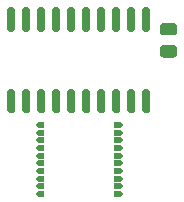
<source format=gbr>
%TF.GenerationSoftware,KiCad,Pcbnew,(5.1.6-0-10_14)*%
%TF.CreationDate,2021-01-18T11:29:05-08:00*%
%TF.ProjectId,lv3273_shield,6c763332-3733-45f7-9368-69656c642e6b,rev?*%
%TF.SameCoordinates,Original*%
%TF.FileFunction,Soldermask,Top*%
%TF.FilePolarity,Negative*%
%FSLAX46Y46*%
G04 Gerber Fmt 4.6, Leading zero omitted, Abs format (unit mm)*
G04 Created by KiCad (PCBNEW (5.1.6-0-10_14)) date 2021-01-18 11:29:05*
%MOMM*%
%LPD*%
G01*
G04 APERTURE LIST*
%ADD10R,0.510000X0.510000*%
%ADD11C,0.510000*%
G04 APERTURE END LIST*
D10*
%TO.C,J1*%
X99375000Y-90075000D03*
X99375000Y-92025000D03*
X99375000Y-91375000D03*
X99375000Y-90725000D03*
X99375000Y-89425000D03*
X99375000Y-88775000D03*
X99375000Y-88125000D03*
X99375000Y-87475000D03*
X99375000Y-86825000D03*
X99375000Y-86175000D03*
D11*
X99600000Y-91375000D03*
X99600000Y-92025000D03*
X99600000Y-88775000D03*
X99600000Y-89425000D03*
X99600000Y-90725000D03*
X99600000Y-90075000D03*
X99600000Y-87475000D03*
X99600000Y-88125000D03*
X99600000Y-86825000D03*
X99600000Y-86175000D03*
%TD*%
D10*
%TO.C,J2*%
X92925000Y-88125000D03*
X92925000Y-86175000D03*
X92925000Y-86825000D03*
X92925000Y-87475000D03*
X92925000Y-88775000D03*
X92925000Y-89425000D03*
X92925000Y-90075000D03*
X92925000Y-90725000D03*
X92925000Y-91375000D03*
X92925000Y-92025000D03*
D11*
X92700000Y-86825000D03*
X92700000Y-86175000D03*
X92700000Y-89425000D03*
X92700000Y-88775000D03*
X92700000Y-87475000D03*
X92700000Y-88125000D03*
X92700000Y-90725000D03*
X92700000Y-90075000D03*
X92700000Y-91375000D03*
X92700000Y-92025000D03*
%TD*%
%TO.C,U1*%
G36*
G01*
X101650000Y-83145000D02*
X101980000Y-83145000D01*
G75*
G02*
X102145000Y-83310000I0J-165000D01*
G01*
X102145000Y-85015000D01*
G75*
G02*
X101980000Y-85180000I-165000J0D01*
G01*
X101650000Y-85180000D01*
G75*
G02*
X101485000Y-85015000I0J165000D01*
G01*
X101485000Y-83310000D01*
G75*
G02*
X101650000Y-83145000I165000J0D01*
G01*
G37*
G36*
G01*
X100380000Y-83145000D02*
X100710000Y-83145000D01*
G75*
G02*
X100875000Y-83310000I0J-165000D01*
G01*
X100875000Y-85015000D01*
G75*
G02*
X100710000Y-85180000I-165000J0D01*
G01*
X100380000Y-85180000D01*
G75*
G02*
X100215000Y-85015000I0J165000D01*
G01*
X100215000Y-83310000D01*
G75*
G02*
X100380000Y-83145000I165000J0D01*
G01*
G37*
G36*
G01*
X99110000Y-83145000D02*
X99440000Y-83145000D01*
G75*
G02*
X99605000Y-83310000I0J-165000D01*
G01*
X99605000Y-85015000D01*
G75*
G02*
X99440000Y-85180000I-165000J0D01*
G01*
X99110000Y-85180000D01*
G75*
G02*
X98945000Y-85015000I0J165000D01*
G01*
X98945000Y-83310000D01*
G75*
G02*
X99110000Y-83145000I165000J0D01*
G01*
G37*
G36*
G01*
X97840000Y-83145000D02*
X98170000Y-83145000D01*
G75*
G02*
X98335000Y-83310000I0J-165000D01*
G01*
X98335000Y-85015000D01*
G75*
G02*
X98170000Y-85180000I-165000J0D01*
G01*
X97840000Y-85180000D01*
G75*
G02*
X97675000Y-85015000I0J165000D01*
G01*
X97675000Y-83310000D01*
G75*
G02*
X97840000Y-83145000I165000J0D01*
G01*
G37*
G36*
G01*
X96570000Y-83145000D02*
X96900000Y-83145000D01*
G75*
G02*
X97065000Y-83310000I0J-165000D01*
G01*
X97065000Y-85015000D01*
G75*
G02*
X96900000Y-85180000I-165000J0D01*
G01*
X96570000Y-85180000D01*
G75*
G02*
X96405000Y-85015000I0J165000D01*
G01*
X96405000Y-83310000D01*
G75*
G02*
X96570000Y-83145000I165000J0D01*
G01*
G37*
G36*
G01*
X95300000Y-83145000D02*
X95630000Y-83145000D01*
G75*
G02*
X95795000Y-83310000I0J-165000D01*
G01*
X95795000Y-85015000D01*
G75*
G02*
X95630000Y-85180000I-165000J0D01*
G01*
X95300000Y-85180000D01*
G75*
G02*
X95135000Y-85015000I0J165000D01*
G01*
X95135000Y-83310000D01*
G75*
G02*
X95300000Y-83145000I165000J0D01*
G01*
G37*
G36*
G01*
X94030000Y-83145000D02*
X94360000Y-83145000D01*
G75*
G02*
X94525000Y-83310000I0J-165000D01*
G01*
X94525000Y-85015000D01*
G75*
G02*
X94360000Y-85180000I-165000J0D01*
G01*
X94030000Y-85180000D01*
G75*
G02*
X93865000Y-85015000I0J165000D01*
G01*
X93865000Y-83310000D01*
G75*
G02*
X94030000Y-83145000I165000J0D01*
G01*
G37*
G36*
G01*
X92760000Y-83145000D02*
X93090000Y-83145000D01*
G75*
G02*
X93255000Y-83310000I0J-165000D01*
G01*
X93255000Y-85015000D01*
G75*
G02*
X93090000Y-85180000I-165000J0D01*
G01*
X92760000Y-85180000D01*
G75*
G02*
X92595000Y-85015000I0J165000D01*
G01*
X92595000Y-83310000D01*
G75*
G02*
X92760000Y-83145000I165000J0D01*
G01*
G37*
G36*
G01*
X91490000Y-83145000D02*
X91820000Y-83145000D01*
G75*
G02*
X91985000Y-83310000I0J-165000D01*
G01*
X91985000Y-85015000D01*
G75*
G02*
X91820000Y-85180000I-165000J0D01*
G01*
X91490000Y-85180000D01*
G75*
G02*
X91325000Y-85015000I0J165000D01*
G01*
X91325000Y-83310000D01*
G75*
G02*
X91490000Y-83145000I165000J0D01*
G01*
G37*
G36*
G01*
X90220000Y-83145000D02*
X90550000Y-83145000D01*
G75*
G02*
X90715000Y-83310000I0J-165000D01*
G01*
X90715000Y-85015000D01*
G75*
G02*
X90550000Y-85180000I-165000J0D01*
G01*
X90220000Y-85180000D01*
G75*
G02*
X90055000Y-85015000I0J165000D01*
G01*
X90055000Y-83310000D01*
G75*
G02*
X90220000Y-83145000I165000J0D01*
G01*
G37*
G36*
G01*
X90220000Y-76220000D02*
X90550000Y-76220000D01*
G75*
G02*
X90715000Y-76385000I0J-165000D01*
G01*
X90715000Y-78090000D01*
G75*
G02*
X90550000Y-78255000I-165000J0D01*
G01*
X90220000Y-78255000D01*
G75*
G02*
X90055000Y-78090000I0J165000D01*
G01*
X90055000Y-76385000D01*
G75*
G02*
X90220000Y-76220000I165000J0D01*
G01*
G37*
G36*
G01*
X91490000Y-76220000D02*
X91820000Y-76220000D01*
G75*
G02*
X91985000Y-76385000I0J-165000D01*
G01*
X91985000Y-78090000D01*
G75*
G02*
X91820000Y-78255000I-165000J0D01*
G01*
X91490000Y-78255000D01*
G75*
G02*
X91325000Y-78090000I0J165000D01*
G01*
X91325000Y-76385000D01*
G75*
G02*
X91490000Y-76220000I165000J0D01*
G01*
G37*
G36*
G01*
X92760000Y-76220000D02*
X93090000Y-76220000D01*
G75*
G02*
X93255000Y-76385000I0J-165000D01*
G01*
X93255000Y-78090000D01*
G75*
G02*
X93090000Y-78255000I-165000J0D01*
G01*
X92760000Y-78255000D01*
G75*
G02*
X92595000Y-78090000I0J165000D01*
G01*
X92595000Y-76385000D01*
G75*
G02*
X92760000Y-76220000I165000J0D01*
G01*
G37*
G36*
G01*
X94030000Y-76220000D02*
X94360000Y-76220000D01*
G75*
G02*
X94525000Y-76385000I0J-165000D01*
G01*
X94525000Y-78090000D01*
G75*
G02*
X94360000Y-78255000I-165000J0D01*
G01*
X94030000Y-78255000D01*
G75*
G02*
X93865000Y-78090000I0J165000D01*
G01*
X93865000Y-76385000D01*
G75*
G02*
X94030000Y-76220000I165000J0D01*
G01*
G37*
G36*
G01*
X95300000Y-76220000D02*
X95630000Y-76220000D01*
G75*
G02*
X95795000Y-76385000I0J-165000D01*
G01*
X95795000Y-78090000D01*
G75*
G02*
X95630000Y-78255000I-165000J0D01*
G01*
X95300000Y-78255000D01*
G75*
G02*
X95135000Y-78090000I0J165000D01*
G01*
X95135000Y-76385000D01*
G75*
G02*
X95300000Y-76220000I165000J0D01*
G01*
G37*
G36*
G01*
X96570000Y-76220000D02*
X96900000Y-76220000D01*
G75*
G02*
X97065000Y-76385000I0J-165000D01*
G01*
X97065000Y-78090000D01*
G75*
G02*
X96900000Y-78255000I-165000J0D01*
G01*
X96570000Y-78255000D01*
G75*
G02*
X96405000Y-78090000I0J165000D01*
G01*
X96405000Y-76385000D01*
G75*
G02*
X96570000Y-76220000I165000J0D01*
G01*
G37*
G36*
G01*
X97840000Y-76220000D02*
X98170000Y-76220000D01*
G75*
G02*
X98335000Y-76385000I0J-165000D01*
G01*
X98335000Y-78090000D01*
G75*
G02*
X98170000Y-78255000I-165000J0D01*
G01*
X97840000Y-78255000D01*
G75*
G02*
X97675000Y-78090000I0J165000D01*
G01*
X97675000Y-76385000D01*
G75*
G02*
X97840000Y-76220000I165000J0D01*
G01*
G37*
G36*
G01*
X99110000Y-76220000D02*
X99440000Y-76220000D01*
G75*
G02*
X99605000Y-76385000I0J-165000D01*
G01*
X99605000Y-78090000D01*
G75*
G02*
X99440000Y-78255000I-165000J0D01*
G01*
X99110000Y-78255000D01*
G75*
G02*
X98945000Y-78090000I0J165000D01*
G01*
X98945000Y-76385000D01*
G75*
G02*
X99110000Y-76220000I165000J0D01*
G01*
G37*
G36*
G01*
X100380000Y-76220000D02*
X100710000Y-76220000D01*
G75*
G02*
X100875000Y-76385000I0J-165000D01*
G01*
X100875000Y-78090000D01*
G75*
G02*
X100710000Y-78255000I-165000J0D01*
G01*
X100380000Y-78255000D01*
G75*
G02*
X100215000Y-78090000I0J165000D01*
G01*
X100215000Y-76385000D01*
G75*
G02*
X100380000Y-76220000I165000J0D01*
G01*
G37*
G36*
G01*
X101650000Y-76220000D02*
X101980000Y-76220000D01*
G75*
G02*
X102145000Y-76385000I0J-165000D01*
G01*
X102145000Y-78090000D01*
G75*
G02*
X101980000Y-78255000I-165000J0D01*
G01*
X101650000Y-78255000D01*
G75*
G02*
X101485000Y-78090000I0J165000D01*
G01*
X101485000Y-76385000D01*
G75*
G02*
X101650000Y-76220000I165000J0D01*
G01*
G37*
%TD*%
%TO.C,C1*%
G36*
G01*
X103228750Y-79420000D02*
X104171250Y-79420000D01*
G75*
G02*
X104430000Y-79678750I0J-258750D01*
G01*
X104430000Y-80196250D01*
G75*
G02*
X104171250Y-80455000I-258750J0D01*
G01*
X103228750Y-80455000D01*
G75*
G02*
X102970000Y-80196250I0J258750D01*
G01*
X102970000Y-79678750D01*
G75*
G02*
X103228750Y-79420000I258750J0D01*
G01*
G37*
G36*
G01*
X103228750Y-77545000D02*
X104171250Y-77545000D01*
G75*
G02*
X104430000Y-77803750I0J-258750D01*
G01*
X104430000Y-78321250D01*
G75*
G02*
X104171250Y-78580000I-258750J0D01*
G01*
X103228750Y-78580000D01*
G75*
G02*
X102970000Y-78321250I0J258750D01*
G01*
X102970000Y-77803750D01*
G75*
G02*
X103228750Y-77545000I258750J0D01*
G01*
G37*
%TD*%
M02*

</source>
